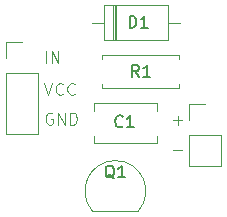
<source format=gto>
G04 #@! TF.GenerationSoftware,KiCad,Pcbnew,8.0.4*
G04 #@! TF.CreationDate,2024-08-04T13:10:15-04:00*
G04 #@! TF.ProjectId,WormshakerPCB,576f726d-7368-4616-9b65-725043422e6b,rev?*
G04 #@! TF.SameCoordinates,Original*
G04 #@! TF.FileFunction,Legend,Top*
G04 #@! TF.FilePolarity,Positive*
%FSLAX46Y46*%
G04 Gerber Fmt 4.6, Leading zero omitted, Abs format (unit mm)*
G04 Created by KiCad (PCBNEW 8.0.4) date 2024-08-04 13:10:15*
%MOMM*%
%LPD*%
G01*
G04 APERTURE LIST*
%ADD10C,0.100000*%
%ADD11C,0.150000*%
%ADD12C,0.120000*%
%ADD13C,1.600000*%
%ADD14R,2.200000X2.200000*%
%ADD15O,2.200000X2.200000*%
%ADD16O,1.600000X1.600000*%
%ADD17O,1.700000X1.700000*%
%ADD18R,1.700000X1.700000*%
%ADD19R,1.050000X1.500000*%
%ADD20O,1.050000X1.500000*%
%ADD21C,2.200000*%
G04 APERTURE END LIST*
D10*
X155053884Y-93491466D02*
X155815789Y-93491466D01*
X155053884Y-90991466D02*
X155815789Y-90991466D01*
X155434836Y-91372419D02*
X155434836Y-90610514D01*
X144827693Y-90420038D02*
X144732455Y-90372419D01*
X144732455Y-90372419D02*
X144589598Y-90372419D01*
X144589598Y-90372419D02*
X144446741Y-90420038D01*
X144446741Y-90420038D02*
X144351503Y-90515276D01*
X144351503Y-90515276D02*
X144303884Y-90610514D01*
X144303884Y-90610514D02*
X144256265Y-90800990D01*
X144256265Y-90800990D02*
X144256265Y-90943847D01*
X144256265Y-90943847D02*
X144303884Y-91134323D01*
X144303884Y-91134323D02*
X144351503Y-91229561D01*
X144351503Y-91229561D02*
X144446741Y-91324800D01*
X144446741Y-91324800D02*
X144589598Y-91372419D01*
X144589598Y-91372419D02*
X144684836Y-91372419D01*
X144684836Y-91372419D02*
X144827693Y-91324800D01*
X144827693Y-91324800D02*
X144875312Y-91277180D01*
X144875312Y-91277180D02*
X144875312Y-90943847D01*
X144875312Y-90943847D02*
X144684836Y-90943847D01*
X145303884Y-91372419D02*
X145303884Y-90372419D01*
X145303884Y-90372419D02*
X145875312Y-91372419D01*
X145875312Y-91372419D02*
X145875312Y-90372419D01*
X146351503Y-91372419D02*
X146351503Y-90372419D01*
X146351503Y-90372419D02*
X146589598Y-90372419D01*
X146589598Y-90372419D02*
X146732455Y-90420038D01*
X146732455Y-90420038D02*
X146827693Y-90515276D01*
X146827693Y-90515276D02*
X146875312Y-90610514D01*
X146875312Y-90610514D02*
X146922931Y-90800990D01*
X146922931Y-90800990D02*
X146922931Y-90943847D01*
X146922931Y-90943847D02*
X146875312Y-91134323D01*
X146875312Y-91134323D02*
X146827693Y-91229561D01*
X146827693Y-91229561D02*
X146732455Y-91324800D01*
X146732455Y-91324800D02*
X146589598Y-91372419D01*
X146589598Y-91372419D02*
X146351503Y-91372419D01*
X144161027Y-87872419D02*
X144494360Y-88872419D01*
X144494360Y-88872419D02*
X144827693Y-87872419D01*
X145732455Y-88777180D02*
X145684836Y-88824800D01*
X145684836Y-88824800D02*
X145541979Y-88872419D01*
X145541979Y-88872419D02*
X145446741Y-88872419D01*
X145446741Y-88872419D02*
X145303884Y-88824800D01*
X145303884Y-88824800D02*
X145208646Y-88729561D01*
X145208646Y-88729561D02*
X145161027Y-88634323D01*
X145161027Y-88634323D02*
X145113408Y-88443847D01*
X145113408Y-88443847D02*
X145113408Y-88300990D01*
X145113408Y-88300990D02*
X145161027Y-88110514D01*
X145161027Y-88110514D02*
X145208646Y-88015276D01*
X145208646Y-88015276D02*
X145303884Y-87920038D01*
X145303884Y-87920038D02*
X145446741Y-87872419D01*
X145446741Y-87872419D02*
X145541979Y-87872419D01*
X145541979Y-87872419D02*
X145684836Y-87920038D01*
X145684836Y-87920038D02*
X145732455Y-87967657D01*
X146732455Y-88777180D02*
X146684836Y-88824800D01*
X146684836Y-88824800D02*
X146541979Y-88872419D01*
X146541979Y-88872419D02*
X146446741Y-88872419D01*
X146446741Y-88872419D02*
X146303884Y-88824800D01*
X146303884Y-88824800D02*
X146208646Y-88729561D01*
X146208646Y-88729561D02*
X146161027Y-88634323D01*
X146161027Y-88634323D02*
X146113408Y-88443847D01*
X146113408Y-88443847D02*
X146113408Y-88300990D01*
X146113408Y-88300990D02*
X146161027Y-88110514D01*
X146161027Y-88110514D02*
X146208646Y-88015276D01*
X146208646Y-88015276D02*
X146303884Y-87920038D01*
X146303884Y-87920038D02*
X146446741Y-87872419D01*
X146446741Y-87872419D02*
X146541979Y-87872419D01*
X146541979Y-87872419D02*
X146684836Y-87920038D01*
X146684836Y-87920038D02*
X146732455Y-87967657D01*
X144303884Y-86122419D02*
X144303884Y-85122419D01*
X144780074Y-86122419D02*
X144780074Y-85122419D01*
X144780074Y-85122419D02*
X145351502Y-86122419D01*
X145351502Y-86122419D02*
X145351502Y-85122419D01*
D11*
X150783533Y-91508780D02*
X150735914Y-91556400D01*
X150735914Y-91556400D02*
X150593057Y-91604019D01*
X150593057Y-91604019D02*
X150497819Y-91604019D01*
X150497819Y-91604019D02*
X150354962Y-91556400D01*
X150354962Y-91556400D02*
X150259724Y-91461161D01*
X150259724Y-91461161D02*
X150212105Y-91365923D01*
X150212105Y-91365923D02*
X150164486Y-91175447D01*
X150164486Y-91175447D02*
X150164486Y-91032590D01*
X150164486Y-91032590D02*
X150212105Y-90842114D01*
X150212105Y-90842114D02*
X150259724Y-90746876D01*
X150259724Y-90746876D02*
X150354962Y-90651638D01*
X150354962Y-90651638D02*
X150497819Y-90604019D01*
X150497819Y-90604019D02*
X150593057Y-90604019D01*
X150593057Y-90604019D02*
X150735914Y-90651638D01*
X150735914Y-90651638D02*
X150783533Y-90699257D01*
X151735914Y-91604019D02*
X151164486Y-91604019D01*
X151450200Y-91604019D02*
X151450200Y-90604019D01*
X151450200Y-90604019D02*
X151354962Y-90746876D01*
X151354962Y-90746876D02*
X151259724Y-90842114D01*
X151259724Y-90842114D02*
X151164486Y-90889733D01*
X151373905Y-83170419D02*
X151373905Y-82170419D01*
X151373905Y-82170419D02*
X151612000Y-82170419D01*
X151612000Y-82170419D02*
X151754857Y-82218038D01*
X151754857Y-82218038D02*
X151850095Y-82313276D01*
X151850095Y-82313276D02*
X151897714Y-82408514D01*
X151897714Y-82408514D02*
X151945333Y-82598990D01*
X151945333Y-82598990D02*
X151945333Y-82741847D01*
X151945333Y-82741847D02*
X151897714Y-82932323D01*
X151897714Y-82932323D02*
X151850095Y-83027561D01*
X151850095Y-83027561D02*
X151754857Y-83122800D01*
X151754857Y-83122800D02*
X151612000Y-83170419D01*
X151612000Y-83170419D02*
X151373905Y-83170419D01*
X152897714Y-83170419D02*
X152326286Y-83170419D01*
X152612000Y-83170419D02*
X152612000Y-82170419D01*
X152612000Y-82170419D02*
X152516762Y-82313276D01*
X152516762Y-82313276D02*
X152421524Y-82408514D01*
X152421524Y-82408514D02*
X152326286Y-82456133D01*
X152155133Y-87327619D02*
X151821800Y-86851428D01*
X151583705Y-87327619D02*
X151583705Y-86327619D01*
X151583705Y-86327619D02*
X151964657Y-86327619D01*
X151964657Y-86327619D02*
X152059895Y-86375238D01*
X152059895Y-86375238D02*
X152107514Y-86422857D01*
X152107514Y-86422857D02*
X152155133Y-86518095D01*
X152155133Y-86518095D02*
X152155133Y-86660952D01*
X152155133Y-86660952D02*
X152107514Y-86756190D01*
X152107514Y-86756190D02*
X152059895Y-86803809D01*
X152059895Y-86803809D02*
X151964657Y-86851428D01*
X151964657Y-86851428D02*
X151583705Y-86851428D01*
X153107514Y-87327619D02*
X152536086Y-87327619D01*
X152821800Y-87327619D02*
X152821800Y-86327619D01*
X152821800Y-86327619D02*
X152726562Y-86470476D01*
X152726562Y-86470476D02*
X152631324Y-86565714D01*
X152631324Y-86565714D02*
X152536086Y-86613333D01*
X150072961Y-95939457D02*
X149977723Y-95891838D01*
X149977723Y-95891838D02*
X149882485Y-95796600D01*
X149882485Y-95796600D02*
X149739628Y-95653742D01*
X149739628Y-95653742D02*
X149644390Y-95606123D01*
X149644390Y-95606123D02*
X149549152Y-95606123D01*
X149596771Y-95844219D02*
X149501533Y-95796600D01*
X149501533Y-95796600D02*
X149406295Y-95701361D01*
X149406295Y-95701361D02*
X149358676Y-95510885D01*
X149358676Y-95510885D02*
X149358676Y-95177552D01*
X149358676Y-95177552D02*
X149406295Y-94987076D01*
X149406295Y-94987076D02*
X149501533Y-94891838D01*
X149501533Y-94891838D02*
X149596771Y-94844219D01*
X149596771Y-94844219D02*
X149787247Y-94844219D01*
X149787247Y-94844219D02*
X149882485Y-94891838D01*
X149882485Y-94891838D02*
X149977723Y-94987076D01*
X149977723Y-94987076D02*
X150025342Y-95177552D01*
X150025342Y-95177552D02*
X150025342Y-95510885D01*
X150025342Y-95510885D02*
X149977723Y-95701361D01*
X149977723Y-95701361D02*
X149882485Y-95796600D01*
X149882485Y-95796600D02*
X149787247Y-95844219D01*
X149787247Y-95844219D02*
X149596771Y-95844219D01*
X150977723Y-95844219D02*
X150406295Y-95844219D01*
X150692009Y-95844219D02*
X150692009Y-94844219D01*
X150692009Y-94844219D02*
X150596771Y-94987076D01*
X150596771Y-94987076D02*
X150501533Y-95082314D01*
X150501533Y-95082314D02*
X150406295Y-95129933D01*
D12*
X148330000Y-89529000D02*
X148330000Y-90195000D01*
X148330000Y-89529000D02*
X153670000Y-89529000D01*
X148330000Y-92305000D02*
X148330000Y-92971000D01*
X148330000Y-92971000D02*
X153670000Y-92971000D01*
X153670000Y-89529000D02*
X153670000Y-90195000D01*
X153670000Y-92305000D02*
X153670000Y-92971000D01*
X148177600Y-82750000D02*
X149197600Y-82750000D01*
X149197600Y-81280000D02*
X149197600Y-84220000D01*
X149197600Y-84220000D02*
X154637600Y-84220000D01*
X149977600Y-81280000D02*
X149977600Y-84220000D01*
X150097600Y-81280000D02*
X150097600Y-84220000D01*
X150217600Y-81280000D02*
X150217600Y-84220000D01*
X154637600Y-81280000D02*
X149197600Y-81280000D01*
X154637600Y-84220000D02*
X154637600Y-81280000D01*
X155657600Y-82750000D02*
X154637600Y-82750000D01*
X149040000Y-85496200D02*
X155580000Y-85496200D01*
X149040000Y-85826200D02*
X149040000Y-85496200D01*
X149040000Y-87906200D02*
X149040000Y-88236200D01*
X149040000Y-88236200D02*
X155580000Y-88236200D01*
X155580000Y-85496200D02*
X155580000Y-85826200D01*
X155580000Y-88236200D02*
X155580000Y-87906200D01*
X159080000Y-92270000D02*
X159080000Y-94870000D01*
X156420000Y-94870000D02*
X159080000Y-94870000D01*
X156420000Y-92270000D02*
X159080000Y-92270000D01*
X156420000Y-92270000D02*
X156420000Y-94870000D01*
X156420000Y-91000000D02*
X156420000Y-89670000D01*
X156420000Y-89670000D02*
X157750000Y-89670000D01*
X148230000Y-98700000D02*
X152080000Y-98700000D01*
X148230000Y-98700000D02*
G75*
G02*
X152118611Y-98690122I1940000J1700000D01*
G01*
X143580000Y-87020000D02*
X143580000Y-92160000D01*
X140920000Y-92160000D02*
X143580000Y-92160000D01*
X140920000Y-87020000D02*
X143580000Y-87020000D01*
X140920000Y-87020000D02*
X140920000Y-92160000D01*
X140920000Y-85750000D02*
X140920000Y-84420000D01*
X140920000Y-84420000D02*
X142250000Y-84420000D01*
%LPC*%
D13*
X148500000Y-91250000D03*
X153500000Y-91250000D03*
D14*
X146837600Y-82750000D03*
D15*
X156997600Y-82750000D03*
D13*
X148500000Y-86866200D03*
D16*
X156120000Y-86866200D03*
D17*
X157750000Y-93540000D03*
D18*
X157750000Y-91000000D03*
D19*
X148980000Y-97000000D03*
D20*
X150250000Y-97000000D03*
X151520000Y-97000000D03*
D17*
X142250000Y-90830000D03*
X142250000Y-88290000D03*
D18*
X142250000Y-85750000D03*
D21*
X142000000Y-98000000D03*
X158000000Y-98000000D03*
%LPD*%
M02*

</source>
